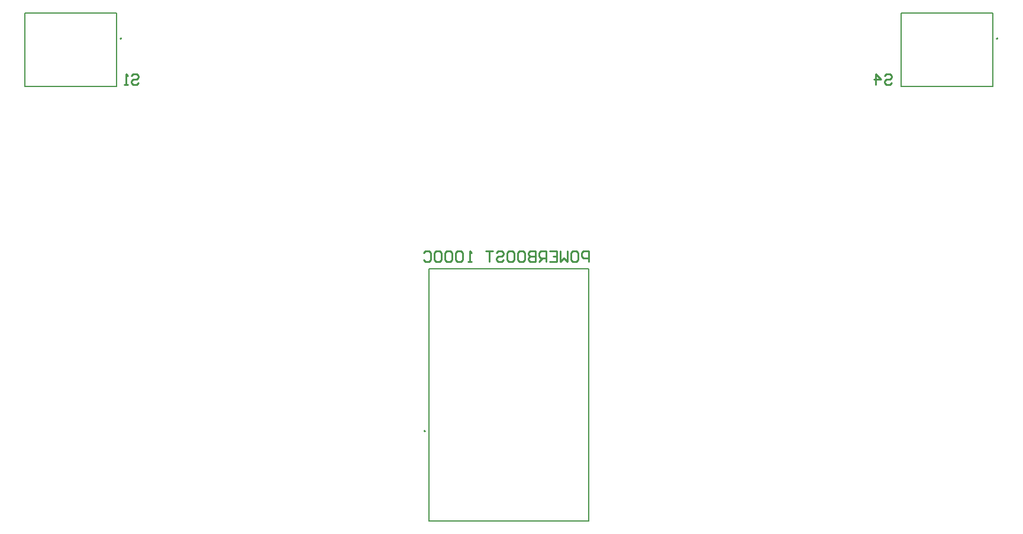
<source format=gbo>
G04*
G04 #@! TF.GenerationSoftware,Altium Limited,Altium Designer,23.7.1 (13)*
G04*
G04 Layer_Color=32896*
%FSLAX44Y44*%
%MOMM*%
G71*
G04*
G04 #@! TF.SameCoordinates,F0151953-7860-4C4B-BC48-228A45E59CF9*
G04*
G04*
G04 #@! TF.FilePolarity,Positive*
G04*
G01*
G75*
%ADD10C,0.2000*%
%ADD12C,0.2540*%
%ADD13C,0.1270*%
D10*
X861140Y218440D02*
G03*
X861140Y218440I-1000J0D01*
G01*
X426450Y779780D02*
G03*
X426450Y779780I-1000J0D01*
G01*
X1680410D02*
G03*
X1680410Y779780I-1000J0D01*
G01*
D12*
X1094867Y461137D02*
Y476372D01*
X1087250D01*
X1084710Y473833D01*
Y468755D01*
X1087250Y466215D01*
X1094867D01*
X1072014Y476372D02*
X1077093D01*
X1079632Y473833D01*
Y463676D01*
X1077093Y461137D01*
X1072014D01*
X1069475Y463676D01*
Y473833D01*
X1072014Y476372D01*
X1064397D02*
Y461137D01*
X1059318Y466215D01*
X1054240Y461137D01*
Y476372D01*
X1039005D02*
X1049162D01*
Y461137D01*
X1039005D01*
X1049162Y468755D02*
X1044083D01*
X1033927Y461137D02*
Y476372D01*
X1026309D01*
X1023770Y473833D01*
Y468755D01*
X1026309Y466215D01*
X1033927D01*
X1028848D02*
X1023770Y461137D01*
X1018692Y476372D02*
Y461137D01*
X1011074D01*
X1008535Y463676D01*
Y466215D01*
X1011074Y468755D01*
X1018692D01*
X1011074D01*
X1008535Y471294D01*
Y473833D01*
X1011074Y476372D01*
X1018692D01*
X995839D02*
X1000917D01*
X1003457Y473833D01*
Y463676D01*
X1000917Y461137D01*
X995839D01*
X993300Y463676D01*
Y473833D01*
X995839Y476372D01*
X980604D02*
X985682D01*
X988222Y473833D01*
Y463676D01*
X985682Y461137D01*
X980604D01*
X978065Y463676D01*
Y473833D01*
X980604Y476372D01*
X962830Y473833D02*
X965369Y476372D01*
X970447D01*
X972986Y473833D01*
Y471294D01*
X970447Y468755D01*
X965369D01*
X962830Y466215D01*
Y463676D01*
X965369Y461137D01*
X970447D01*
X972986Y463676D01*
X957751Y476372D02*
X947595D01*
X952673D01*
Y461137D01*
X927281D02*
X922203D01*
X924742D01*
Y476372D01*
X927281Y473833D01*
X914585D02*
X912046Y476372D01*
X906968D01*
X904429Y473833D01*
Y463676D01*
X906968Y461137D01*
X912046D01*
X914585Y463676D01*
Y473833D01*
X899350D02*
X896811Y476372D01*
X891733D01*
X889193Y473833D01*
Y463676D01*
X891733Y461137D01*
X896811D01*
X899350Y463676D01*
Y473833D01*
X884115D02*
X881576Y476372D01*
X876498D01*
X873959Y473833D01*
Y463676D01*
X876498Y461137D01*
X881576D01*
X884115Y463676D01*
Y473833D01*
X858723D02*
X861263Y476372D01*
X866341D01*
X868880Y473833D01*
Y463676D01*
X866341Y461137D01*
X861263D01*
X858723Y463676D01*
X1517949Y726878D02*
X1520489Y729417D01*
X1525567D01*
X1528106Y726878D01*
Y724339D01*
X1525567Y721800D01*
X1520489D01*
X1517949Y719261D01*
Y716722D01*
X1520489Y714183D01*
X1525567D01*
X1528106Y716722D01*
X1505253Y714183D02*
Y729417D01*
X1512871Y721800D01*
X1502714D01*
X440220Y726438D02*
X442759Y728978D01*
X447837D01*
X450377Y726438D01*
Y723899D01*
X447837Y721360D01*
X442759D01*
X440220Y718821D01*
Y716282D01*
X442759Y713743D01*
X447837D01*
X450377Y716282D01*
X435141Y713743D02*
X430063D01*
X432602D01*
Y728978D01*
X435141Y726438D01*
D13*
X866140Y90170D02*
Y450850D01*
X1094740D01*
Y90170D02*
Y450850D01*
X866140Y90170D02*
X1094740D01*
X287960Y816580D02*
X336960D01*
X369960D01*
X418960D01*
Y711280D02*
Y816580D01*
X287960Y711280D02*
X418960D01*
X287960D02*
Y816580D01*
X1541920D02*
X1590920D01*
X1623920D01*
X1672920D01*
Y711280D02*
Y816580D01*
X1541920Y711280D02*
X1672920D01*
X1541920D02*
Y816580D01*
M02*

</source>
